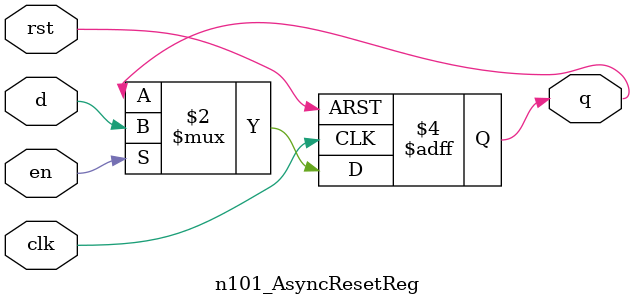
<source format=v>

module n101_AsyncResetReg (
                      input      d,
                      output reg q,
                      input      en,

                      input      clk,
                      input      rst);
   
   always @(posedge clk or posedge rst) begin

      if (rst) begin
         q <= 1'b0;
      end else if (en) begin
         q <= d;
      end
   end
   

endmodule 


</source>
